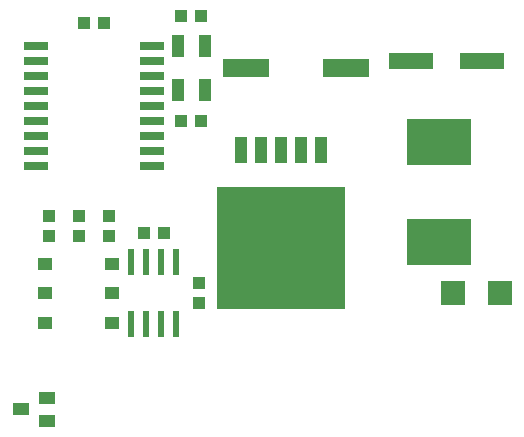
<source format=gtp>
G75*
G70*
%OFA0B0*%
%FSLAX24Y24*%
%IPPOS*%
%LPD*%
%AMOC8*
5,1,8,0,0,1.08239X$1,22.5*
%
%ADD10R,0.0800X0.0260*%
%ADD11R,0.0240X0.0870*%
%ADD12R,0.0433X0.0748*%
%ADD13R,0.0433X0.0394*%
%ADD14R,0.4252X0.4098*%
%ADD15R,0.0420X0.0850*%
%ADD16R,0.1535X0.0630*%
%ADD17R,0.1496X0.0551*%
%ADD18R,0.2165X0.1575*%
%ADD19R,0.0787X0.0787*%
%ADD20R,0.0394X0.0433*%
%ADD21R,0.0453X0.0394*%
%ADD22R,0.0551X0.0394*%
D10*
X006207Y020210D03*
X006207Y020710D03*
X006207Y021210D03*
X006207Y021710D03*
X006207Y022210D03*
X006207Y022710D03*
X006207Y023210D03*
X006207Y023710D03*
X006207Y024210D03*
X010067Y024210D03*
X010067Y023710D03*
X010067Y023210D03*
X010067Y022710D03*
X010067Y022210D03*
X010067Y021710D03*
X010067Y021210D03*
X010067Y020710D03*
X010067Y020210D03*
D11*
X009887Y016990D03*
X010387Y016990D03*
X010887Y016990D03*
X010887Y014930D03*
X010387Y014930D03*
X009887Y014930D03*
X009387Y014930D03*
X009387Y016990D03*
D12*
X010934Y022732D03*
X011840Y022732D03*
X011840Y024189D03*
X010934Y024189D03*
D13*
X011052Y025210D03*
X011721Y025210D03*
X011721Y021710D03*
X011052Y021710D03*
X010471Y017960D03*
X009802Y017960D03*
X008471Y024960D03*
X007802Y024960D03*
D14*
X014387Y017460D03*
D15*
X014387Y020740D03*
X015057Y020740D03*
X015727Y020740D03*
X013717Y020740D03*
X013047Y020740D03*
D16*
X013214Y023460D03*
X016560Y023460D03*
D17*
X018706Y023710D03*
X021068Y023710D03*
D18*
X019637Y021008D03*
X019637Y017662D03*
D19*
X020099Y015960D03*
X021674Y015960D03*
D20*
X011637Y015626D03*
X011637Y016295D03*
X008637Y017876D03*
X008637Y018545D03*
X007637Y018545D03*
X007637Y017876D03*
X006637Y017876D03*
X006637Y018545D03*
D21*
X006525Y016944D03*
X006525Y015960D03*
X006525Y014976D03*
X008749Y014976D03*
X008749Y015960D03*
X008749Y016944D03*
D22*
X006570Y011711D03*
X006570Y012459D03*
X005704Y012085D03*
M02*

</source>
